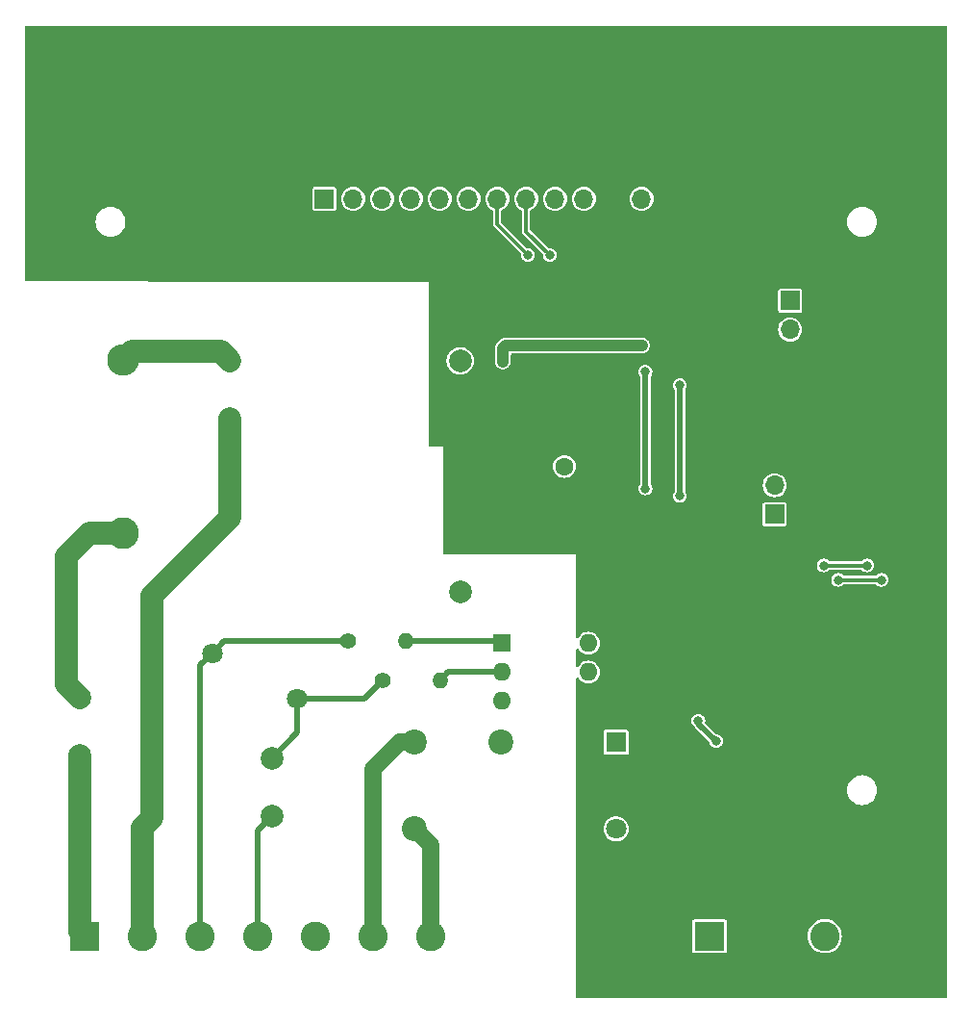
<source format=gbl>
G04 #@! TF.GenerationSoftware,KiCad,Pcbnew,7.0.7*
G04 #@! TF.CreationDate,2023-09-27T11:51:15+02:00*
G04 #@! TF.ProjectId,heating-controller,68656174-696e-4672-9d63-6f6e74726f6c,rev?*
G04 #@! TF.SameCoordinates,Original*
G04 #@! TF.FileFunction,Copper,L2,Bot*
G04 #@! TF.FilePolarity,Positive*
%FSLAX46Y46*%
G04 Gerber Fmt 4.6, Leading zero omitted, Abs format (unit mm)*
G04 Created by KiCad (PCBNEW 7.0.7) date 2023-09-27 11:51:15*
%MOMM*%
%LPD*%
G01*
G04 APERTURE LIST*
G04 Aperture macros list*
%AMRoundRect*
0 Rectangle with rounded corners*
0 $1 Rounding radius*
0 $2 $3 $4 $5 $6 $7 $8 $9 X,Y pos of 4 corners*
0 Add a 4 corners polygon primitive as box body*
4,1,4,$2,$3,$4,$5,$6,$7,$8,$9,$2,$3,0*
0 Add four circle primitives for the rounded corners*
1,1,$1+$1,$2,$3*
1,1,$1+$1,$4,$5*
1,1,$1+$1,$6,$7*
1,1,$1+$1,$8,$9*
0 Add four rect primitives between the rounded corners*
20,1,$1+$1,$2,$3,$4,$5,0*
20,1,$1+$1,$4,$5,$6,$7,0*
20,1,$1+$1,$6,$7,$8,$9,0*
20,1,$1+$1,$8,$9,$2,$3,0*%
G04 Aperture macros list end*
G04 #@! TA.AperFunction,ComponentPad*
%ADD10R,1.700000X1.700000*%
G04 #@! TD*
G04 #@! TA.AperFunction,ComponentPad*
%ADD11O,1.700000X1.700000*%
G04 #@! TD*
G04 #@! TA.AperFunction,ComponentPad*
%ADD12RoundRect,0.400000X-0.400000X-0.400000X0.400000X-0.400000X0.400000X0.400000X-0.400000X0.400000X0*%
G04 #@! TD*
G04 #@! TA.AperFunction,ComponentPad*
%ADD13C,1.600000*%
G04 #@! TD*
G04 #@! TA.AperFunction,ComponentPad*
%ADD14C,2.000000*%
G04 #@! TD*
G04 #@! TA.AperFunction,ComponentPad*
%ADD15C,1.800000*%
G04 #@! TD*
G04 #@! TA.AperFunction,ComponentPad*
%ADD16R,2.600000X2.600000*%
G04 #@! TD*
G04 #@! TA.AperFunction,ComponentPad*
%ADD17C,2.600000*%
G04 #@! TD*
G04 #@! TA.AperFunction,ComponentPad*
%ADD18C,2.200000*%
G04 #@! TD*
G04 #@! TA.AperFunction,ComponentPad*
%ADD19R,1.800000X1.800000*%
G04 #@! TD*
G04 #@! TA.AperFunction,ComponentPad*
%ADD20C,2.800000*%
G04 #@! TD*
G04 #@! TA.AperFunction,ComponentPad*
%ADD21O,2.800000X2.800000*%
G04 #@! TD*
G04 #@! TA.AperFunction,ComponentPad*
%ADD22C,1.400000*%
G04 #@! TD*
G04 #@! TA.AperFunction,ComponentPad*
%ADD23O,1.400000X1.400000*%
G04 #@! TD*
G04 #@! TA.AperFunction,ComponentPad*
%ADD24R,1.600000X1.600000*%
G04 #@! TD*
G04 #@! TA.AperFunction,ComponentPad*
%ADD25O,1.600000X1.600000*%
G04 #@! TD*
G04 #@! TA.AperFunction,ViaPad*
%ADD26C,0.800000*%
G04 #@! TD*
G04 #@! TA.AperFunction,Conductor*
%ADD27C,1.000000*%
G04 #@! TD*
G04 #@! TA.AperFunction,Conductor*
%ADD28C,2.000000*%
G04 #@! TD*
G04 #@! TA.AperFunction,Conductor*
%ADD29C,0.500000*%
G04 #@! TD*
G04 #@! TA.AperFunction,Conductor*
%ADD30C,0.300000*%
G04 #@! TD*
G04 #@! TA.AperFunction,Conductor*
%ADD31C,1.500000*%
G04 #@! TD*
G04 #@! TA.AperFunction,Conductor*
%ADD32C,0.250000*%
G04 #@! TD*
G04 APERTURE END LIST*
D10*
X87850000Y-44650000D03*
D11*
X87850000Y-47190000D03*
D12*
X38481000Y-49945000D03*
D13*
X38481000Y-55025000D03*
D14*
X58801000Y-70265000D03*
X58801000Y-60105000D03*
X58801000Y-49945000D03*
D13*
X67978200Y-59241400D03*
X67978200Y-64241400D03*
D15*
X44448600Y-79656400D03*
X36948600Y-75656400D03*
D10*
X46830000Y-35700000D03*
D11*
X49370000Y-35700000D03*
X51910000Y-35700000D03*
X54450000Y-35700000D03*
X56990000Y-35700000D03*
X59530000Y-35700000D03*
X62070000Y-35700000D03*
X64610000Y-35700000D03*
X67150000Y-35700000D03*
X69690000Y-35700000D03*
X72230000Y-35700000D03*
X74770000Y-35700000D03*
D16*
X25720000Y-100550000D03*
D17*
X30800000Y-100550000D03*
X35880000Y-100550000D03*
X40960000Y-100550000D03*
X46040000Y-100550000D03*
X51120000Y-100550000D03*
X56200000Y-100550000D03*
D18*
X62364800Y-83500000D03*
X54744800Y-91120000D03*
X54744800Y-83500000D03*
D19*
X72524800Y-83500000D03*
D15*
X72524800Y-91120000D03*
D10*
X86490000Y-63435000D03*
D11*
X86490000Y-60895000D03*
D16*
X80750000Y-100550000D03*
D17*
X85830000Y-100550000D03*
X90910000Y-100550000D03*
X95990000Y-100550000D03*
D14*
X42200000Y-90000000D03*
X42200000Y-84920000D03*
X25306200Y-84641400D03*
X25306200Y-79561400D03*
D20*
X29150000Y-65100000D03*
D21*
X29150000Y-49860000D03*
D15*
X24121600Y-70805000D03*
X31621600Y-74805000D03*
D22*
X51950800Y-78062800D03*
D23*
X57030800Y-78062800D03*
D24*
X62466400Y-74786200D03*
D25*
X62466400Y-77326200D03*
X62466400Y-79866200D03*
X70086400Y-79866200D03*
X70086400Y-77326200D03*
X70086400Y-74786200D03*
D22*
X48902800Y-74608400D03*
D23*
X53982800Y-74608400D03*
D26*
X62558000Y-49995800D03*
X74800000Y-48600000D03*
X66225600Y-49995800D03*
X97500000Y-78550000D03*
X83410000Y-77670000D03*
X78150000Y-74100000D03*
X87070000Y-78460000D03*
X93600000Y-77700000D03*
X66809800Y-54288400D03*
X80350000Y-45600000D03*
X82150000Y-85100000D03*
X75115600Y-50900000D03*
X75115600Y-61171800D03*
X78150000Y-61832200D03*
X78150000Y-52100000D03*
X90805000Y-67945000D03*
X94615000Y-67945000D03*
X92075000Y-69215000D03*
X95885000Y-69215000D03*
X79770000Y-81600000D03*
X81320000Y-83400000D03*
X66675000Y-40640000D03*
X64770000Y-40640000D03*
D27*
X62800000Y-48600000D02*
X62558000Y-48842000D01*
X62558000Y-48842000D02*
X62558000Y-49995800D01*
X62800000Y-48600000D02*
X74800000Y-48600000D01*
D28*
X31621600Y-70628400D02*
X38524200Y-63725800D01*
X31621600Y-74805000D02*
X31621600Y-70628400D01*
X31621600Y-74805000D02*
X31621600Y-90178400D01*
X38524200Y-63725800D02*
X38524200Y-55030000D01*
X30800000Y-91000000D02*
X30800000Y-100550000D01*
X31621600Y-90178400D02*
X30800000Y-91000000D01*
D29*
X44448600Y-82671400D02*
X44448600Y-79656400D01*
X44448600Y-79656400D02*
X50357200Y-79656400D01*
X50357200Y-79656400D02*
X51950800Y-78062800D01*
X42200000Y-84920000D02*
X44448600Y-82671400D01*
D28*
X25306200Y-100136200D02*
X25720000Y-100550000D01*
X25306200Y-84641400D02*
X25306200Y-100136200D01*
D29*
X40960000Y-100550000D02*
X40960000Y-91240000D01*
X40960000Y-91240000D02*
X42200000Y-90000000D01*
D28*
X26150000Y-65100000D02*
X29150000Y-65100000D01*
X24150000Y-70776600D02*
X24150000Y-67100000D01*
X24150000Y-67100000D02*
X26150000Y-65100000D01*
X24121600Y-78376800D02*
X25306200Y-79561400D01*
X24121600Y-70805000D02*
X24121600Y-78376800D01*
X24121600Y-70805000D02*
X24150000Y-70776600D01*
D29*
X35880000Y-76725000D02*
X36948600Y-75656400D01*
X37996600Y-74608400D02*
X36948600Y-75656400D01*
X48902800Y-74608400D02*
X37996600Y-74608400D01*
X35880000Y-100550000D02*
X35880000Y-76725000D01*
X75115600Y-61171800D02*
X75115600Y-50900000D01*
X78150000Y-61832200D02*
X78150000Y-52100000D01*
D30*
X94615000Y-67945000D02*
X90805000Y-67945000D01*
X92075000Y-69215000D02*
X95885000Y-69215000D01*
D31*
X51120000Y-85880000D02*
X53500000Y-83500000D01*
X51120000Y-100550000D02*
X51120000Y-85880000D01*
X53500000Y-83500000D02*
X54744800Y-83500000D01*
X56200000Y-100550000D02*
X56200000Y-92575200D01*
X56200000Y-92575200D02*
X54744800Y-91120000D01*
D29*
X62466400Y-77326200D02*
X57767400Y-77326200D01*
X57767400Y-77326200D02*
X57030800Y-78062800D01*
D28*
X29877800Y-49132200D02*
X29150000Y-49860000D01*
X37706400Y-49132200D02*
X29877800Y-49132200D01*
X38524200Y-49950000D02*
X37706400Y-49132200D01*
D29*
X53982800Y-74608400D02*
X62288600Y-74608400D01*
D32*
X62288600Y-74608400D02*
X62466400Y-74786200D01*
D29*
X79770000Y-81810000D02*
X79770000Y-81850000D01*
X79770000Y-81600000D02*
X79770000Y-81810000D01*
X79770000Y-81850000D02*
X81320000Y-83400000D01*
D30*
X64610000Y-35700000D02*
X64610000Y-38575000D01*
X64610000Y-38575000D02*
X66675000Y-40640000D01*
X62070000Y-35700000D02*
X62070000Y-37940000D01*
X62070000Y-37940000D02*
X64770000Y-40640000D01*
G04 #@! TA.AperFunction,Conductor*
G36*
X101631621Y-20467002D02*
G01*
X101678114Y-20520658D01*
X101689500Y-20573000D01*
X101689500Y-105863500D01*
X101669498Y-105931621D01*
X101615842Y-105978114D01*
X101563500Y-105989500D01*
X69126000Y-105989500D01*
X69057879Y-105969498D01*
X69011386Y-105915842D01*
X69000000Y-105863500D01*
X69000000Y-101869748D01*
X79249500Y-101869748D01*
X79261133Y-101928231D01*
X79305448Y-101994552D01*
X79371769Y-102038867D01*
X79430252Y-102050500D01*
X79430253Y-102050500D01*
X82069747Y-102050500D01*
X82069748Y-102050500D01*
X82128231Y-102038867D01*
X82194552Y-101994552D01*
X82238867Y-101928231D01*
X82250500Y-101869748D01*
X82250500Y-100550000D01*
X89404357Y-100550000D01*
X89412833Y-100652296D01*
X89424893Y-100797828D01*
X89485935Y-101038877D01*
X89485938Y-101038884D01*
X89585826Y-101266606D01*
X89721835Y-101474785D01*
X89890249Y-101657732D01*
X89890254Y-101657736D01*
X89890256Y-101657738D01*
X90086490Y-101810473D01*
X90086491Y-101810474D01*
X90305190Y-101928828D01*
X90305192Y-101928829D01*
X90428677Y-101971221D01*
X90540386Y-102009571D01*
X90785665Y-102050500D01*
X90785669Y-102050500D01*
X91034331Y-102050500D01*
X91034335Y-102050500D01*
X91279614Y-102009571D01*
X91514810Y-101928828D01*
X91733509Y-101810474D01*
X91929744Y-101657738D01*
X92098164Y-101474785D01*
X92234173Y-101266607D01*
X92334063Y-101038881D01*
X92395108Y-100797821D01*
X92415643Y-100550000D01*
X92395108Y-100302179D01*
X92334063Y-100061119D01*
X92234173Y-99833393D01*
X92110500Y-99644096D01*
X92098164Y-99625214D01*
X91929750Y-99442267D01*
X91733509Y-99289526D01*
X91733508Y-99289525D01*
X91514809Y-99171171D01*
X91514807Y-99171170D01*
X91279618Y-99090430D01*
X91279609Y-99090428D01*
X91230836Y-99082289D01*
X91034335Y-99049500D01*
X90785665Y-99049500D01*
X90621953Y-99076818D01*
X90540390Y-99090428D01*
X90540381Y-99090430D01*
X90305192Y-99171170D01*
X90305190Y-99171171D01*
X90086491Y-99289525D01*
X90086490Y-99289526D01*
X89890249Y-99442267D01*
X89721835Y-99625214D01*
X89585826Y-99833393D01*
X89485938Y-100061115D01*
X89485935Y-100061122D01*
X89424893Y-100302171D01*
X89424892Y-100302177D01*
X89424892Y-100302179D01*
X89404357Y-100550000D01*
X82250500Y-100550000D01*
X82250500Y-99230252D01*
X82238867Y-99171769D01*
X82194552Y-99105448D01*
X82128231Y-99061133D01*
X82128228Y-99061132D01*
X82069750Y-99049500D01*
X82069748Y-99049500D01*
X79430252Y-99049500D01*
X79430249Y-99049500D01*
X79371771Y-99061132D01*
X79371768Y-99061133D01*
X79305448Y-99105448D01*
X79261133Y-99171768D01*
X79261132Y-99171771D01*
X79249500Y-99230249D01*
X79249500Y-99230252D01*
X79249500Y-101869748D01*
X69000000Y-101869748D01*
X69000000Y-91120000D01*
X71419585Y-91120000D01*
X71438403Y-91323084D01*
X71494216Y-91519245D01*
X71494217Y-91519247D01*
X71494218Y-91519250D01*
X71585127Y-91701821D01*
X71585128Y-91701822D01*
X71585129Y-91701824D01*
X71708034Y-91864578D01*
X71858759Y-92001981D01*
X71858760Y-92001982D01*
X72032151Y-92109341D01*
X72032154Y-92109342D01*
X72032163Y-92109348D01*
X72222344Y-92183024D01*
X72422824Y-92220500D01*
X72422826Y-92220500D01*
X72626774Y-92220500D01*
X72626776Y-92220500D01*
X72827256Y-92183024D01*
X73017437Y-92109348D01*
X73190841Y-92001981D01*
X73341564Y-91864579D01*
X73464473Y-91701821D01*
X73555382Y-91519250D01*
X73611197Y-91323083D01*
X73630015Y-91120000D01*
X73611197Y-90916917D01*
X73555382Y-90720750D01*
X73464473Y-90538179D01*
X73445470Y-90513015D01*
X73341565Y-90375421D01*
X73190840Y-90238018D01*
X73190839Y-90238017D01*
X73017448Y-90130658D01*
X73017441Y-90130654D01*
X73017437Y-90130652D01*
X72900932Y-90085518D01*
X72827257Y-90056976D01*
X72760429Y-90044484D01*
X72626776Y-90019500D01*
X72422824Y-90019500D01*
X72322583Y-90038238D01*
X72222342Y-90056976D01*
X72074990Y-90114060D01*
X72032163Y-90130652D01*
X72032162Y-90130652D01*
X72032161Y-90130653D01*
X72032151Y-90130658D01*
X71858760Y-90238017D01*
X71858759Y-90238018D01*
X71708034Y-90375421D01*
X71585129Y-90538175D01*
X71494216Y-90720754D01*
X71438403Y-90916915D01*
X71419585Y-91120000D01*
X69000000Y-91120000D01*
X69000000Y-87714800D01*
X92884494Y-87714800D01*
X92904479Y-87943234D01*
X92961445Y-88155835D01*
X92963829Y-88164730D01*
X93060738Y-88372553D01*
X93192264Y-88560391D01*
X93354409Y-88722536D01*
X93542247Y-88854062D01*
X93750070Y-88950971D01*
X93971565Y-89010321D01*
X94200000Y-89030306D01*
X94428435Y-89010321D01*
X94649930Y-88950971D01*
X94857753Y-88854062D01*
X95045591Y-88722536D01*
X95207736Y-88560391D01*
X95339262Y-88372553D01*
X95436171Y-88164730D01*
X95495521Y-87943235D01*
X95515506Y-87714800D01*
X95495521Y-87486365D01*
X95436171Y-87264870D01*
X95339262Y-87057047D01*
X95207736Y-86869209D01*
X95045591Y-86707064D01*
X94857753Y-86575538D01*
X94702336Y-86503066D01*
X94649933Y-86478630D01*
X94649927Y-86478628D01*
X94556315Y-86453544D01*
X94428435Y-86419279D01*
X94200000Y-86399294D01*
X93971565Y-86419279D01*
X93750072Y-86478628D01*
X93750066Y-86478630D01*
X93542246Y-86575538D01*
X93354412Y-86707061D01*
X93354406Y-86707066D01*
X93192266Y-86869206D01*
X93192261Y-86869212D01*
X93060738Y-87057046D01*
X92963830Y-87264866D01*
X92963828Y-87264872D01*
X92904479Y-87486365D01*
X92884494Y-87714800D01*
X69000000Y-87714800D01*
X69000000Y-84419750D01*
X71424300Y-84419750D01*
X71430322Y-84450026D01*
X71435933Y-84478231D01*
X71480248Y-84544552D01*
X71546569Y-84588867D01*
X71605052Y-84600500D01*
X71605053Y-84600500D01*
X73444547Y-84600500D01*
X73444548Y-84600500D01*
X73503031Y-84588867D01*
X73569352Y-84544552D01*
X73613667Y-84478231D01*
X73625300Y-84419748D01*
X73625300Y-82580252D01*
X73613667Y-82521769D01*
X73569352Y-82455448D01*
X73503031Y-82411133D01*
X73503028Y-82411132D01*
X73444550Y-82399500D01*
X73444548Y-82399500D01*
X71605052Y-82399500D01*
X71605049Y-82399500D01*
X71546571Y-82411132D01*
X71546568Y-82411133D01*
X71480248Y-82455448D01*
X71435933Y-82521768D01*
X71435932Y-82521771D01*
X71424300Y-82580249D01*
X71424300Y-84419750D01*
X69000000Y-84419750D01*
X69000000Y-81600000D01*
X79164318Y-81600000D01*
X79184955Y-81756760D01*
X79245463Y-81902839D01*
X79245468Y-81902847D01*
X79296521Y-81969380D01*
X79341718Y-82028282D01*
X79341722Y-82028285D01*
X79347560Y-82034124D01*
X79346665Y-82035018D01*
X79377132Y-82072498D01*
X79393574Y-82106641D01*
X79398386Y-82113699D01*
X79403435Y-82120540D01*
X79445495Y-82162599D01*
X79485945Y-82206194D01*
X79485946Y-82206195D01*
X79493329Y-82212082D01*
X79492788Y-82212760D01*
X79505117Y-82222221D01*
X80688836Y-83405940D01*
X80722862Y-83468252D01*
X80724663Y-83478587D01*
X80733073Y-83542465D01*
X80734956Y-83556762D01*
X80795464Y-83702841D01*
X80891718Y-83828282D01*
X81017159Y-83924536D01*
X81163238Y-83985044D01*
X81320000Y-84005682D01*
X81476762Y-83985044D01*
X81622841Y-83924536D01*
X81748282Y-83828282D01*
X81844536Y-83702841D01*
X81905044Y-83556762D01*
X81925682Y-83400000D01*
X81905044Y-83243238D01*
X81844536Y-83097159D01*
X81748282Y-82971718D01*
X81622841Y-82875464D01*
X81476762Y-82814956D01*
X81462465Y-82813073D01*
X81398587Y-82804663D01*
X81333660Y-82775939D01*
X81325952Y-82768848D01*
X80394188Y-81837085D01*
X80360165Y-81774775D01*
X80358363Y-81731549D01*
X80375682Y-81600000D01*
X80355044Y-81443238D01*
X80294536Y-81297159D01*
X80198282Y-81171718D01*
X80072841Y-81075464D01*
X79926762Y-81014956D01*
X79926760Y-81014955D01*
X79770000Y-80994318D01*
X79613239Y-81014955D01*
X79467160Y-81075463D01*
X79467157Y-81075465D01*
X79341718Y-81171718D01*
X79245465Y-81297157D01*
X79245463Y-81297160D01*
X79184955Y-81443239D01*
X79164318Y-81599999D01*
X79164318Y-81600000D01*
X69000000Y-81600000D01*
X69000000Y-77919124D01*
X69020002Y-77851003D01*
X69073658Y-77804510D01*
X69143932Y-77794406D01*
X69208512Y-77823900D01*
X69237121Y-77859727D01*
X69250490Y-77884738D01*
X69375517Y-78037083D01*
X69527862Y-78162110D01*
X69701673Y-78255014D01*
X69890268Y-78312224D01*
X69890272Y-78312224D01*
X69890274Y-78312225D01*
X70086397Y-78331541D01*
X70086400Y-78331541D01*
X70086403Y-78331541D01*
X70282524Y-78312225D01*
X70282526Y-78312225D01*
X70282527Y-78312224D01*
X70282532Y-78312224D01*
X70471127Y-78255014D01*
X70644938Y-78162110D01*
X70797283Y-78037083D01*
X70922310Y-77884738D01*
X71015214Y-77710927D01*
X71072424Y-77522332D01*
X71091741Y-77326200D01*
X71072425Y-77130075D01*
X71072425Y-77130073D01*
X71072424Y-77130070D01*
X71072424Y-77130068D01*
X71015214Y-76941473D01*
X70922310Y-76767662D01*
X70797283Y-76615317D01*
X70644938Y-76490290D01*
X70596260Y-76464271D01*
X70471128Y-76397386D01*
X70282525Y-76340174D01*
X70086403Y-76320859D01*
X70086397Y-76320859D01*
X69890275Y-76340174D01*
X69890273Y-76340174D01*
X69701671Y-76397386D01*
X69527861Y-76490290D01*
X69375517Y-76615317D01*
X69250488Y-76767663D01*
X69237121Y-76792672D01*
X69187368Y-76843320D01*
X69118132Y-76859029D01*
X69051393Y-76834812D01*
X69008341Y-76778358D01*
X69000000Y-76733275D01*
X69000000Y-75379124D01*
X69020002Y-75311003D01*
X69073658Y-75264510D01*
X69143932Y-75254406D01*
X69208512Y-75283900D01*
X69237121Y-75319727D01*
X69250490Y-75344738D01*
X69375517Y-75497083D01*
X69527862Y-75622110D01*
X69701673Y-75715014D01*
X69890268Y-75772224D01*
X69890272Y-75772224D01*
X69890274Y-75772225D01*
X70086397Y-75791541D01*
X70086400Y-75791541D01*
X70086403Y-75791541D01*
X70282524Y-75772225D01*
X70282526Y-75772225D01*
X70282527Y-75772224D01*
X70282532Y-75772224D01*
X70471127Y-75715014D01*
X70644938Y-75622110D01*
X70797283Y-75497083D01*
X70922310Y-75344738D01*
X71015214Y-75170927D01*
X71072424Y-74982332D01*
X71091741Y-74786200D01*
X71088126Y-74749497D01*
X71072425Y-74590075D01*
X71072425Y-74590073D01*
X71072424Y-74590070D01*
X71072424Y-74590068D01*
X71015214Y-74401473D01*
X70922310Y-74227662D01*
X70797283Y-74075317D01*
X70644938Y-73950290D01*
X70617290Y-73935512D01*
X70471128Y-73857386D01*
X70282525Y-73800174D01*
X70086403Y-73780859D01*
X70086397Y-73780859D01*
X69890275Y-73800174D01*
X69890273Y-73800174D01*
X69701671Y-73857386D01*
X69527861Y-73950290D01*
X69375517Y-74075317D01*
X69250488Y-74227663D01*
X69237121Y-74252672D01*
X69187368Y-74303320D01*
X69118132Y-74319029D01*
X69051393Y-74294812D01*
X69008341Y-74238358D01*
X69000000Y-74193275D01*
X69000000Y-69215000D01*
X91469318Y-69215000D01*
X91489955Y-69371760D01*
X91489956Y-69371762D01*
X91550464Y-69517841D01*
X91646718Y-69643282D01*
X91772159Y-69739536D01*
X91918238Y-69800044D01*
X92075000Y-69820682D01*
X92231762Y-69800044D01*
X92377841Y-69739536D01*
X92503282Y-69643282D01*
X92525140Y-69614795D01*
X92582479Y-69572928D01*
X92625103Y-69565500D01*
X95334897Y-69565500D01*
X95403018Y-69585502D01*
X95434859Y-69614795D01*
X95456718Y-69643282D01*
X95582159Y-69739536D01*
X95728238Y-69800044D01*
X95806618Y-69810363D01*
X95884999Y-69820682D01*
X95884999Y-69820681D01*
X95885000Y-69820682D01*
X96041762Y-69800044D01*
X96187841Y-69739536D01*
X96313282Y-69643282D01*
X96409536Y-69517841D01*
X96470044Y-69371762D01*
X96490682Y-69215000D01*
X96470044Y-69058238D01*
X96409536Y-68912159D01*
X96313282Y-68786718D01*
X96187841Y-68690464D01*
X96041762Y-68629956D01*
X96041760Y-68629955D01*
X95885000Y-68609318D01*
X95728239Y-68629955D01*
X95582160Y-68690463D01*
X95582157Y-68690465D01*
X95456717Y-68786718D01*
X95434859Y-68815205D01*
X95377521Y-68857072D01*
X95334897Y-68864500D01*
X92625103Y-68864500D01*
X92556982Y-68844498D01*
X92525141Y-68815205D01*
X92503282Y-68786718D01*
X92377842Y-68690465D01*
X92377841Y-68690464D01*
X92231762Y-68629956D01*
X92231760Y-68629955D01*
X92075000Y-68609318D01*
X91918239Y-68629955D01*
X91772160Y-68690463D01*
X91772157Y-68690465D01*
X91646718Y-68786718D01*
X91550465Y-68912157D01*
X91550463Y-68912160D01*
X91489955Y-69058239D01*
X91469318Y-69214999D01*
X91469318Y-69215000D01*
X69000000Y-69215000D01*
X69000000Y-67945000D01*
X90199318Y-67945000D01*
X90219955Y-68101760D01*
X90219956Y-68101762D01*
X90280464Y-68247841D01*
X90376718Y-68373282D01*
X90502159Y-68469536D01*
X90648238Y-68530044D01*
X90805000Y-68550682D01*
X90961762Y-68530044D01*
X91107841Y-68469536D01*
X91233282Y-68373282D01*
X91255140Y-68344795D01*
X91312479Y-68302928D01*
X91355103Y-68295500D01*
X94064897Y-68295500D01*
X94133018Y-68315502D01*
X94164859Y-68344795D01*
X94186718Y-68373282D01*
X94312159Y-68469536D01*
X94458238Y-68530044D01*
X94615000Y-68550682D01*
X94771762Y-68530044D01*
X94917841Y-68469536D01*
X95043282Y-68373282D01*
X95139536Y-68247841D01*
X95200044Y-68101762D01*
X95220682Y-67945000D01*
X95200044Y-67788238D01*
X95139536Y-67642159D01*
X95043282Y-67516718D01*
X94917841Y-67420464D01*
X94771762Y-67359956D01*
X94771760Y-67359955D01*
X94615000Y-67339318D01*
X94458239Y-67359955D01*
X94312160Y-67420463D01*
X94312157Y-67420465D01*
X94186717Y-67516718D01*
X94164859Y-67545205D01*
X94107521Y-67587072D01*
X94064897Y-67594500D01*
X91355103Y-67594500D01*
X91286982Y-67574498D01*
X91255141Y-67545205D01*
X91233282Y-67516718D01*
X91107842Y-67420465D01*
X91107841Y-67420464D01*
X90961762Y-67359956D01*
X90961760Y-67359955D01*
X90805000Y-67339318D01*
X90648239Y-67359955D01*
X90502160Y-67420463D01*
X90502157Y-67420465D01*
X90376718Y-67516718D01*
X90280465Y-67642157D01*
X90280463Y-67642160D01*
X90219955Y-67788239D01*
X90199318Y-67944999D01*
X90199318Y-67945000D01*
X69000000Y-67945000D01*
X69000000Y-67000000D01*
X57427000Y-67000000D01*
X57358879Y-66979998D01*
X57312386Y-66926342D01*
X57301000Y-66874000D01*
X57301000Y-64304750D01*
X85439500Y-64304750D01*
X85450587Y-64360489D01*
X85451133Y-64363231D01*
X85495448Y-64429552D01*
X85561769Y-64473867D01*
X85620252Y-64485500D01*
X85620253Y-64485500D01*
X87359747Y-64485500D01*
X87359748Y-64485500D01*
X87418231Y-64473867D01*
X87484552Y-64429552D01*
X87528867Y-64363231D01*
X87540500Y-64304748D01*
X87540500Y-62565252D01*
X87528867Y-62506769D01*
X87484552Y-62440448D01*
X87418231Y-62396133D01*
X87418228Y-62396132D01*
X87359750Y-62384500D01*
X87359748Y-62384500D01*
X85620252Y-62384500D01*
X85620249Y-62384500D01*
X85561771Y-62396132D01*
X85561768Y-62396133D01*
X85495448Y-62440448D01*
X85451133Y-62506768D01*
X85451132Y-62506771D01*
X85439500Y-62565249D01*
X85439500Y-64304750D01*
X57301000Y-64304750D01*
X57301000Y-61832200D01*
X77544318Y-61832200D01*
X77564955Y-61988960D01*
X77564956Y-61988962D01*
X77625464Y-62135041D01*
X77721718Y-62260482D01*
X77847159Y-62356736D01*
X77993238Y-62417244D01*
X78071618Y-62427563D01*
X78149999Y-62437882D01*
X78149999Y-62437881D01*
X78150000Y-62437882D01*
X78306762Y-62417244D01*
X78452841Y-62356736D01*
X78578282Y-62260482D01*
X78674536Y-62135041D01*
X78735044Y-61988962D01*
X78755682Y-61832200D01*
X78735044Y-61675438D01*
X78674536Y-61529359D01*
X78674531Y-61529352D01*
X78626537Y-61466804D01*
X78600937Y-61400584D01*
X78600500Y-61390101D01*
X78600500Y-60895003D01*
X85434417Y-60895003D01*
X85454698Y-61100927D01*
X85514768Y-61298954D01*
X85563487Y-61390101D01*
X85612315Y-61481450D01*
X85743590Y-61641410D01*
X85903550Y-61772685D01*
X86086046Y-61870232D01*
X86284066Y-61930300D01*
X86284070Y-61930300D01*
X86284072Y-61930301D01*
X86489997Y-61950583D01*
X86490000Y-61950583D01*
X86490003Y-61950583D01*
X86695927Y-61930301D01*
X86695928Y-61930300D01*
X86695934Y-61930300D01*
X86893954Y-61870232D01*
X87076450Y-61772685D01*
X87236410Y-61641410D01*
X87367685Y-61481450D01*
X87465232Y-61298954D01*
X87525300Y-61100934D01*
X87545583Y-60895000D01*
X87545583Y-60894996D01*
X87525301Y-60689072D01*
X87525300Y-60689070D01*
X87525300Y-60689066D01*
X87465232Y-60491046D01*
X87367685Y-60308550D01*
X87236410Y-60148590D01*
X87076450Y-60017315D01*
X87076448Y-60017314D01*
X87076447Y-60017313D01*
X86893954Y-59919768D01*
X86695927Y-59859698D01*
X86490003Y-59839417D01*
X86489997Y-59839417D01*
X86284072Y-59859698D01*
X86086045Y-59919768D01*
X85903552Y-60017313D01*
X85743590Y-60148590D01*
X85612313Y-60308552D01*
X85514768Y-60491045D01*
X85454698Y-60689072D01*
X85434417Y-60894996D01*
X85434417Y-60895003D01*
X78600500Y-60895003D01*
X78600500Y-52542097D01*
X78620502Y-52473976D01*
X78626531Y-52465401D01*
X78674536Y-52402841D01*
X78735044Y-52256762D01*
X78755682Y-52100000D01*
X78735044Y-51943238D01*
X78674536Y-51797159D01*
X78578282Y-51671718D01*
X78452841Y-51575464D01*
X78306762Y-51514956D01*
X78306760Y-51514955D01*
X78150000Y-51494318D01*
X77993239Y-51514955D01*
X77847160Y-51575463D01*
X77847157Y-51575465D01*
X77721718Y-51671718D01*
X77625465Y-51797157D01*
X77625463Y-51797160D01*
X77564955Y-51943239D01*
X77544318Y-52099999D01*
X77544318Y-52100000D01*
X77564955Y-52256760D01*
X77564956Y-52256762D01*
X77625464Y-52402841D01*
X77673462Y-52465393D01*
X77699063Y-52531613D01*
X77699500Y-52542097D01*
X77699500Y-61390101D01*
X77679498Y-61458222D01*
X77673463Y-61466804D01*
X77625468Y-61529352D01*
X77625463Y-61529360D01*
X77564955Y-61675439D01*
X77544318Y-61832199D01*
X77544318Y-61832200D01*
X57301000Y-61832200D01*
X57301000Y-61171800D01*
X74509918Y-61171800D01*
X74530555Y-61328560D01*
X74560389Y-61400584D01*
X74591064Y-61474641D01*
X74687318Y-61600082D01*
X74812759Y-61696336D01*
X74958838Y-61756844D01*
X75037218Y-61767163D01*
X75115599Y-61777482D01*
X75115599Y-61777481D01*
X75115600Y-61777482D01*
X75272362Y-61756844D01*
X75418441Y-61696336D01*
X75543882Y-61600082D01*
X75640136Y-61474641D01*
X75700644Y-61328562D01*
X75721282Y-61171800D01*
X75700644Y-61015038D01*
X75640136Y-60868959D01*
X75640131Y-60868952D01*
X75592137Y-60806404D01*
X75566537Y-60740184D01*
X75566100Y-60729701D01*
X75566100Y-51342097D01*
X75586102Y-51273976D01*
X75592131Y-51265401D01*
X75640136Y-51202841D01*
X75700644Y-51056762D01*
X75721282Y-50900000D01*
X75700644Y-50743238D01*
X75640136Y-50597159D01*
X75543882Y-50471718D01*
X75418441Y-50375464D01*
X75316270Y-50333143D01*
X75272360Y-50314955D01*
X75115600Y-50294318D01*
X74958839Y-50314955D01*
X74812760Y-50375463D01*
X74812757Y-50375465D01*
X74687318Y-50471718D01*
X74591065Y-50597157D01*
X74591063Y-50597160D01*
X74530555Y-50743239D01*
X74509918Y-50899999D01*
X74509918Y-50900000D01*
X74530555Y-51056760D01*
X74572837Y-51158836D01*
X74591064Y-51202841D01*
X74639062Y-51265393D01*
X74664663Y-51331613D01*
X74665100Y-51342097D01*
X74665100Y-60729701D01*
X74645098Y-60797822D01*
X74639063Y-60806404D01*
X74591068Y-60868952D01*
X74591063Y-60868960D01*
X74530555Y-61015039D01*
X74509918Y-61171799D01*
X74509918Y-61171800D01*
X57301000Y-61171800D01*
X57301000Y-59241403D01*
X66972859Y-59241403D01*
X66992174Y-59437524D01*
X66992174Y-59437526D01*
X67049386Y-59626128D01*
X67130136Y-59777200D01*
X67142290Y-59799938D01*
X67267317Y-59952283D01*
X67419662Y-60077310D01*
X67593473Y-60170214D01*
X67782068Y-60227424D01*
X67782072Y-60227424D01*
X67782074Y-60227425D01*
X67978197Y-60246741D01*
X67978200Y-60246741D01*
X67978203Y-60246741D01*
X68174324Y-60227425D01*
X68174326Y-60227425D01*
X68174327Y-60227424D01*
X68174332Y-60227424D01*
X68362927Y-60170214D01*
X68536738Y-60077310D01*
X68689083Y-59952283D01*
X68814110Y-59799938D01*
X68907014Y-59626127D01*
X68964224Y-59437532D01*
X68983541Y-59241400D01*
X68964225Y-59045275D01*
X68964225Y-59045273D01*
X68964224Y-59045270D01*
X68964224Y-59045268D01*
X68907014Y-58856673D01*
X68814110Y-58682862D01*
X68689083Y-58530517D01*
X68536738Y-58405490D01*
X68470341Y-58370000D01*
X68362928Y-58312586D01*
X68174325Y-58255374D01*
X67978203Y-58236059D01*
X67978197Y-58236059D01*
X67782075Y-58255374D01*
X67782073Y-58255374D01*
X67593471Y-58312586D01*
X67419661Y-58405490D01*
X67267317Y-58530517D01*
X67142290Y-58682861D01*
X67049386Y-58856671D01*
X66992174Y-59045273D01*
X66992174Y-59045275D01*
X66972859Y-59241396D01*
X66972859Y-59241403D01*
X57301000Y-59241403D01*
X57301000Y-57445000D01*
X56126000Y-57445000D01*
X56057879Y-57424998D01*
X56011386Y-57371342D01*
X56000000Y-57319000D01*
X56000000Y-49945000D01*
X57595357Y-49945000D01*
X57615885Y-50166539D01*
X57676768Y-50380520D01*
X57676774Y-50380537D01*
X57775938Y-50579684D01*
X57775942Y-50579689D01*
X57910017Y-50757235D01*
X58074438Y-50907124D01*
X58074439Y-50907125D01*
X58263587Y-51024240D01*
X58263590Y-51024241D01*
X58263599Y-51024247D01*
X58347525Y-51056760D01*
X58471053Y-51104616D01*
X58471056Y-51104616D01*
X58471060Y-51104618D01*
X58689757Y-51145500D01*
X58689760Y-51145500D01*
X58912240Y-51145500D01*
X58912243Y-51145500D01*
X59130940Y-51104618D01*
X59130944Y-51104616D01*
X59130946Y-51104616D01*
X59184298Y-51083946D01*
X59338401Y-51024247D01*
X59527562Y-50907124D01*
X59691981Y-50757236D01*
X59826058Y-50579689D01*
X59826059Y-50579685D01*
X59826061Y-50579684D01*
X59925225Y-50380537D01*
X59925226Y-50380533D01*
X59925229Y-50380528D01*
X59986115Y-50166536D01*
X60006643Y-49945000D01*
X59986115Y-49723464D01*
X59925229Y-49509472D01*
X59925227Y-49509468D01*
X59925225Y-49509462D01*
X59826061Y-49310315D01*
X59826057Y-49310310D01*
X59691982Y-49132764D01*
X59527561Y-48982875D01*
X59527560Y-48982874D01*
X59338412Y-48865759D01*
X59338405Y-48865755D01*
X59338401Y-48865753D01*
X59336638Y-48865070D01*
X59167107Y-48799392D01*
X61853642Y-48799392D01*
X61857385Y-48861265D01*
X61857500Y-48865070D01*
X61857500Y-50038178D01*
X61872859Y-50164670D01*
X61933179Y-50323725D01*
X61933181Y-50323729D01*
X61972382Y-50380520D01*
X62029817Y-50463729D01*
X62157148Y-50576534D01*
X62307775Y-50655590D01*
X62307776Y-50655590D01*
X62307778Y-50655591D01*
X62464461Y-50694209D01*
X62472944Y-50696300D01*
X62472947Y-50696300D01*
X62643053Y-50696300D01*
X62643056Y-50696300D01*
X62808225Y-50655590D01*
X62958852Y-50576534D01*
X63086183Y-50463729D01*
X63182818Y-50323730D01*
X63186146Y-50314956D01*
X63193972Y-50294318D01*
X63243140Y-50164672D01*
X63258500Y-50038172D01*
X63258499Y-49426499D01*
X63278502Y-49358379D01*
X63332158Y-49311886D01*
X63384500Y-49300500D01*
X74842368Y-49300500D01*
X74842372Y-49300500D01*
X74968872Y-49285140D01*
X75127930Y-49224818D01*
X75267929Y-49128183D01*
X75380734Y-49000852D01*
X75459790Y-48850225D01*
X75500500Y-48685056D01*
X75500500Y-48514944D01*
X75479449Y-48429534D01*
X75459791Y-48349778D01*
X75459790Y-48349776D01*
X75459790Y-48349775D01*
X75380734Y-48199148D01*
X75373424Y-48190897D01*
X75267930Y-48071818D01*
X75267928Y-48071816D01*
X75127929Y-47975181D01*
X75127925Y-47975179D01*
X74968870Y-47914859D01*
X74842378Y-47899500D01*
X74842372Y-47899500D01*
X62823072Y-47899500D01*
X62819268Y-47899385D01*
X62757394Y-47895642D01*
X62757393Y-47895642D01*
X62757391Y-47895642D01*
X62696412Y-47906816D01*
X62692650Y-47907389D01*
X62631128Y-47914859D01*
X62621817Y-47918390D01*
X62599863Y-47924509D01*
X62590073Y-47926303D01*
X62533540Y-47951745D01*
X62530027Y-47953200D01*
X62472067Y-47975183D01*
X62472065Y-47975184D01*
X62463873Y-47980839D01*
X62444022Y-47992035D01*
X62434949Y-47996119D01*
X62434941Y-47996124D01*
X62386146Y-48034349D01*
X62383084Y-48036603D01*
X62332073Y-48071815D01*
X62332070Y-48071817D01*
X62290961Y-48118219D01*
X62288353Y-48120989D01*
X62078989Y-48330353D01*
X62076218Y-48332961D01*
X62029816Y-48374071D01*
X62029815Y-48374071D01*
X61994598Y-48425091D01*
X61992344Y-48428154D01*
X61954124Y-48476940D01*
X61954119Y-48476947D01*
X61950038Y-48486016D01*
X61938840Y-48505872D01*
X61933182Y-48514069D01*
X61911201Y-48572026D01*
X61909745Y-48575541D01*
X61884304Y-48632068D01*
X61884304Y-48632069D01*
X61882508Y-48641869D01*
X61876388Y-48663821D01*
X61872860Y-48673123D01*
X61872859Y-48673130D01*
X61865389Y-48734652D01*
X61864816Y-48738414D01*
X61853642Y-48799392D01*
X59167107Y-48799392D01*
X59130946Y-48785383D01*
X59091972Y-48778097D01*
X58912243Y-48744500D01*
X58689757Y-48744500D01*
X58548674Y-48770873D01*
X58471053Y-48785383D01*
X58263603Y-48865751D01*
X58263587Y-48865759D01*
X58074439Y-48982874D01*
X58074438Y-48982875D01*
X57910017Y-49132764D01*
X57775942Y-49310310D01*
X57775938Y-49310315D01*
X57676774Y-49509462D01*
X57676768Y-49509479D01*
X57615885Y-49723460D01*
X57595357Y-49945000D01*
X56000000Y-49945000D01*
X56000000Y-47190003D01*
X86794417Y-47190003D01*
X86814698Y-47395927D01*
X86814699Y-47395933D01*
X86814700Y-47395934D01*
X86874768Y-47593954D01*
X86972315Y-47776450D01*
X87103590Y-47936410D01*
X87263550Y-48067685D01*
X87446046Y-48165232D01*
X87644066Y-48225300D01*
X87644070Y-48225300D01*
X87644072Y-48225301D01*
X87849997Y-48245583D01*
X87850000Y-48245583D01*
X87850003Y-48245583D01*
X88055927Y-48225301D01*
X88055928Y-48225300D01*
X88055934Y-48225300D01*
X88253954Y-48165232D01*
X88436450Y-48067685D01*
X88596410Y-47936410D01*
X88727685Y-47776450D01*
X88825232Y-47593954D01*
X88885300Y-47395934D01*
X88887855Y-47370000D01*
X88905583Y-47190003D01*
X88905583Y-47189996D01*
X88885301Y-46984072D01*
X88885300Y-46984070D01*
X88885300Y-46984066D01*
X88825232Y-46786046D01*
X88727685Y-46603550D01*
X88596410Y-46443590D01*
X88436450Y-46312315D01*
X88436448Y-46312314D01*
X88436447Y-46312313D01*
X88253954Y-46214768D01*
X88055927Y-46154698D01*
X87850003Y-46134417D01*
X87849997Y-46134417D01*
X87644072Y-46154698D01*
X87446045Y-46214768D01*
X87263552Y-46312313D01*
X87103590Y-46443590D01*
X86972313Y-46603552D01*
X86874768Y-46786045D01*
X86814698Y-46984072D01*
X86794417Y-47189996D01*
X86794417Y-47190003D01*
X56000000Y-47190003D01*
X56000000Y-45519748D01*
X86799500Y-45519748D01*
X86811133Y-45578231D01*
X86855448Y-45644552D01*
X86921769Y-45688867D01*
X86980252Y-45700500D01*
X86980253Y-45700500D01*
X88719747Y-45700500D01*
X88719748Y-45700500D01*
X88778231Y-45688867D01*
X88844552Y-45644552D01*
X88888867Y-45578231D01*
X88900500Y-45519748D01*
X88900500Y-43780252D01*
X88888867Y-43721769D01*
X88844552Y-43655448D01*
X88778231Y-43611133D01*
X88778228Y-43611132D01*
X88719750Y-43599500D01*
X88719748Y-43599500D01*
X86980252Y-43599500D01*
X86980249Y-43599500D01*
X86921771Y-43611132D01*
X86921768Y-43611133D01*
X86855448Y-43655448D01*
X86811133Y-43721768D01*
X86811132Y-43721771D01*
X86799500Y-43780249D01*
X86799500Y-43780252D01*
X86799500Y-45519748D01*
X56000000Y-45519748D01*
X56000000Y-43000000D01*
X55999999Y-42999999D01*
X42199329Y-42971274D01*
X20586238Y-42926288D01*
X20518159Y-42906144D01*
X20471778Y-42852392D01*
X20460500Y-42800288D01*
X20460500Y-37700000D01*
X26684494Y-37700000D01*
X26704479Y-37928434D01*
X26763828Y-38149927D01*
X26763830Y-38149933D01*
X26854675Y-38344750D01*
X26860738Y-38357753D01*
X26992264Y-38545591D01*
X27154409Y-38707736D01*
X27342247Y-38839262D01*
X27550070Y-38936171D01*
X27771565Y-38995521D01*
X28000000Y-39015506D01*
X28228435Y-38995521D01*
X28449930Y-38936171D01*
X28657753Y-38839262D01*
X28845591Y-38707736D01*
X29007736Y-38545591D01*
X29139262Y-38357753D01*
X29236171Y-38149930D01*
X29295521Y-37928435D01*
X29315506Y-37700000D01*
X29295521Y-37471565D01*
X29236171Y-37250070D01*
X29139262Y-37042247D01*
X29007736Y-36854409D01*
X28845591Y-36692264D01*
X28821265Y-36675231D01*
X28670623Y-36569750D01*
X45779500Y-36569750D01*
X45782187Y-36583260D01*
X45791133Y-36628231D01*
X45835448Y-36694552D01*
X45901769Y-36738867D01*
X45960252Y-36750500D01*
X45960253Y-36750500D01*
X47699747Y-36750500D01*
X47699748Y-36750500D01*
X47758231Y-36738867D01*
X47824552Y-36694552D01*
X47868867Y-36628231D01*
X47880500Y-36569748D01*
X47880500Y-35700003D01*
X48314417Y-35700003D01*
X48334698Y-35905927D01*
X48334699Y-35905933D01*
X48334700Y-35905934D01*
X48394768Y-36103954D01*
X48492315Y-36286450D01*
X48623590Y-36446410D01*
X48783550Y-36577685D01*
X48966046Y-36675232D01*
X49164066Y-36735300D01*
X49164070Y-36735300D01*
X49164072Y-36735301D01*
X49369997Y-36755583D01*
X49370000Y-36755583D01*
X49370003Y-36755583D01*
X49575927Y-36735301D01*
X49575928Y-36735300D01*
X49575934Y-36735300D01*
X49773954Y-36675232D01*
X49956450Y-36577685D01*
X50116410Y-36446410D01*
X50247685Y-36286450D01*
X50345232Y-36103954D01*
X50405300Y-35905934D01*
X50425583Y-35700003D01*
X50854417Y-35700003D01*
X50874698Y-35905927D01*
X50874699Y-35905933D01*
X50874700Y-35905934D01*
X50934768Y-36103954D01*
X51032315Y-36286450D01*
X51163590Y-36446410D01*
X51323550Y-36577685D01*
X51506046Y-36675232D01*
X51704066Y-36735300D01*
X51704070Y-36735300D01*
X51704072Y-36735301D01*
X51909997Y-36755583D01*
X51910000Y-36755583D01*
X51910003Y-36755583D01*
X52115927Y-36735301D01*
X52115928Y-36735300D01*
X52115934Y-36735300D01*
X52313954Y-36675232D01*
X52496450Y-36577685D01*
X52656410Y-36446410D01*
X52787685Y-36286450D01*
X52885232Y-36103954D01*
X52945300Y-35905934D01*
X52965583Y-35700003D01*
X53394417Y-35700003D01*
X53414698Y-35905927D01*
X53414699Y-35905933D01*
X53414700Y-35905934D01*
X53474768Y-36103954D01*
X53572315Y-36286450D01*
X53703590Y-36446410D01*
X53863550Y-36577685D01*
X54046046Y-36675232D01*
X54244066Y-36735300D01*
X54244070Y-36735300D01*
X54244072Y-36735301D01*
X54449997Y-36755583D01*
X54450000Y-36755583D01*
X54450003Y-36755583D01*
X54655927Y-36735301D01*
X54655928Y-36735300D01*
X54655934Y-36735300D01*
X54853954Y-36675232D01*
X55036450Y-36577685D01*
X55196410Y-36446410D01*
X55327685Y-36286450D01*
X55425232Y-36103954D01*
X55485300Y-35905934D01*
X55505583Y-35700003D01*
X55934417Y-35700003D01*
X55954698Y-35905927D01*
X55954699Y-35905933D01*
X55954700Y-35905934D01*
X56014768Y-36103954D01*
X56112315Y-36286450D01*
X56243590Y-36446410D01*
X56403550Y-36577685D01*
X56586046Y-36675232D01*
X56784066Y-36735300D01*
X56784070Y-36735300D01*
X56784072Y-36735301D01*
X56989997Y-36755583D01*
X56990000Y-36755583D01*
X56990003Y-36755583D01*
X57195927Y-36735301D01*
X57195928Y-36735300D01*
X57195934Y-36735300D01*
X57393954Y-36675232D01*
X57576450Y-36577685D01*
X57736410Y-36446410D01*
X57867685Y-36286450D01*
X57965232Y-36103954D01*
X58025300Y-35905934D01*
X58045583Y-35700003D01*
X58474417Y-35700003D01*
X58494698Y-35905927D01*
X58494699Y-35905933D01*
X58494700Y-35905934D01*
X58554768Y-36103954D01*
X58652315Y-36286450D01*
X58783590Y-36446410D01*
X58943550Y-36577685D01*
X59126046Y-36675232D01*
X59324066Y-36735300D01*
X59324070Y-36735300D01*
X59324072Y-36735301D01*
X59529997Y-36755583D01*
X59530000Y-36755583D01*
X59530003Y-36755583D01*
X59735927Y-36735301D01*
X59735928Y-36735300D01*
X59735934Y-36735300D01*
X59933954Y-36675232D01*
X60116450Y-36577685D01*
X60276410Y-36446410D01*
X60407685Y-36286450D01*
X60505232Y-36103954D01*
X60565300Y-35905934D01*
X60585583Y-35700003D01*
X61014417Y-35700003D01*
X61034698Y-35905927D01*
X61034699Y-35905933D01*
X61034700Y-35905934D01*
X61094768Y-36103954D01*
X61192315Y-36286450D01*
X61323590Y-36446410D01*
X61483550Y-36577685D01*
X61578108Y-36628228D01*
X61652896Y-36668203D01*
X61703544Y-36717955D01*
X61719500Y-36779325D01*
X61719500Y-37890581D01*
X61716818Y-37916439D01*
X61714956Y-37925314D01*
X61717241Y-37943639D01*
X61719016Y-37957880D01*
X61719500Y-37965672D01*
X61719500Y-37969039D01*
X61723087Y-37990539D01*
X61729426Y-38041391D01*
X61731527Y-38048448D01*
X61733907Y-38055380D01*
X61758294Y-38100444D01*
X61780800Y-38146481D01*
X61785046Y-38152428D01*
X61785063Y-38152450D01*
X61785086Y-38152482D01*
X61789583Y-38158259D01*
X61827275Y-38192957D01*
X64133177Y-40498859D01*
X64167202Y-40561171D01*
X64169004Y-40604398D01*
X64164318Y-40639997D01*
X64164318Y-40640001D01*
X64184955Y-40796760D01*
X64184956Y-40796762D01*
X64245464Y-40942841D01*
X64341718Y-41068282D01*
X64467159Y-41164536D01*
X64613238Y-41225044D01*
X64770000Y-41245682D01*
X64926762Y-41225044D01*
X65072841Y-41164536D01*
X65198282Y-41068282D01*
X65294536Y-40942841D01*
X65355044Y-40796762D01*
X65375682Y-40640000D01*
X65355044Y-40483238D01*
X65294536Y-40337159D01*
X65198282Y-40211718D01*
X65072841Y-40115464D01*
X64926762Y-40054956D01*
X64926760Y-40054955D01*
X64770000Y-40034318D01*
X64769996Y-40034318D01*
X64734397Y-40039004D01*
X64664248Y-40028064D01*
X64628858Y-40003177D01*
X63561850Y-38936169D01*
X62457402Y-37831720D01*
X62423378Y-37769411D01*
X62420499Y-37742637D01*
X62420500Y-36779321D01*
X62440501Y-36711204D01*
X62487101Y-36668204D01*
X62656450Y-36577685D01*
X62816410Y-36446410D01*
X62947685Y-36286450D01*
X63045232Y-36103954D01*
X63105300Y-35905934D01*
X63125583Y-35700003D01*
X63554417Y-35700003D01*
X63574698Y-35905927D01*
X63574699Y-35905933D01*
X63574700Y-35905934D01*
X63634768Y-36103954D01*
X63732315Y-36286450D01*
X63863590Y-36446410D01*
X64023550Y-36577685D01*
X64118108Y-36628228D01*
X64192896Y-36668203D01*
X64243544Y-36717955D01*
X64259500Y-36779325D01*
X64259500Y-38525581D01*
X64256818Y-38551439D01*
X64254956Y-38560314D01*
X64257241Y-38578639D01*
X64259016Y-38592880D01*
X64259500Y-38600672D01*
X64259500Y-38604039D01*
X64263087Y-38625539D01*
X64269426Y-38676391D01*
X64271527Y-38683448D01*
X64273907Y-38690380D01*
X64298294Y-38735444D01*
X64320800Y-38781481D01*
X64325046Y-38787428D01*
X64325063Y-38787450D01*
X64325086Y-38787482D01*
X64329583Y-38793259D01*
X64367275Y-38827957D01*
X66038177Y-40498859D01*
X66072202Y-40561171D01*
X66074004Y-40604398D01*
X66069318Y-40639997D01*
X66069318Y-40640001D01*
X66089955Y-40796760D01*
X66089956Y-40796762D01*
X66150464Y-40942841D01*
X66246718Y-41068282D01*
X66372159Y-41164536D01*
X66518238Y-41225044D01*
X66675000Y-41245682D01*
X66831762Y-41225044D01*
X66977841Y-41164536D01*
X67103282Y-41068282D01*
X67199536Y-40942841D01*
X67260044Y-40796762D01*
X67280682Y-40640000D01*
X67260044Y-40483238D01*
X67199536Y-40337159D01*
X67103282Y-40211718D01*
X66977841Y-40115464D01*
X66831762Y-40054956D01*
X66831760Y-40054955D01*
X66675001Y-40034318D01*
X66674997Y-40034318D01*
X66639398Y-40039004D01*
X66569249Y-40028064D01*
X66533859Y-40003177D01*
X64997404Y-38466722D01*
X64963378Y-38404410D01*
X64960499Y-38377627D01*
X64960499Y-37700000D01*
X92884494Y-37700000D01*
X92904479Y-37928434D01*
X92963828Y-38149927D01*
X92963830Y-38149933D01*
X93054675Y-38344750D01*
X93060738Y-38357753D01*
X93192264Y-38545591D01*
X93354409Y-38707736D01*
X93542247Y-38839262D01*
X93750070Y-38936171D01*
X93971565Y-38995521D01*
X94200000Y-39015506D01*
X94428435Y-38995521D01*
X94649930Y-38936171D01*
X94857753Y-38839262D01*
X95045591Y-38707736D01*
X95207736Y-38545591D01*
X95339262Y-38357753D01*
X95436171Y-38149930D01*
X95495521Y-37928435D01*
X95515506Y-37700000D01*
X95495521Y-37471565D01*
X95436171Y-37250070D01*
X95339262Y-37042247D01*
X95207736Y-36854409D01*
X95045591Y-36692264D01*
X95021265Y-36675231D01*
X94857753Y-36560738D01*
X94649933Y-36463830D01*
X94649927Y-36463828D01*
X94556315Y-36438744D01*
X94428435Y-36404479D01*
X94200000Y-36384494D01*
X93971565Y-36404479D01*
X93750072Y-36463828D01*
X93750066Y-36463830D01*
X93542246Y-36560738D01*
X93354412Y-36692261D01*
X93354406Y-36692266D01*
X93192266Y-36854406D01*
X93192261Y-36854412D01*
X93060738Y-37042246D01*
X92963830Y-37250066D01*
X92963828Y-37250072D01*
X92904479Y-37471565D01*
X92884494Y-37700000D01*
X64960499Y-37700000D01*
X64960499Y-36779325D01*
X64980501Y-36711204D01*
X65027101Y-36668204D01*
X65196450Y-36577685D01*
X65356410Y-36446410D01*
X65487685Y-36286450D01*
X65585232Y-36103954D01*
X65645300Y-35905934D01*
X65665583Y-35700003D01*
X66094417Y-35700003D01*
X66114698Y-35905927D01*
X66114699Y-35905933D01*
X66114700Y-35905934D01*
X66174768Y-36103954D01*
X66272315Y-36286450D01*
X66403590Y-36446410D01*
X66563550Y-36577685D01*
X66746046Y-36675232D01*
X66944066Y-36735300D01*
X66944070Y-36735300D01*
X66944072Y-36735301D01*
X67149997Y-36755583D01*
X67150000Y-36755583D01*
X67150003Y-36755583D01*
X67355927Y-36735301D01*
X67355928Y-36735300D01*
X67355934Y-36735300D01*
X67553954Y-36675232D01*
X67736450Y-36577685D01*
X67896410Y-36446410D01*
X68027685Y-36286450D01*
X68125232Y-36103954D01*
X68185300Y-35905934D01*
X68205583Y-35700003D01*
X68634417Y-35700003D01*
X68654698Y-35905927D01*
X68654699Y-35905933D01*
X68654700Y-35905934D01*
X68714768Y-36103954D01*
X68812315Y-36286450D01*
X68943590Y-36446410D01*
X69103550Y-36577685D01*
X69286046Y-36675232D01*
X69484066Y-36735300D01*
X69484070Y-36735300D01*
X69484072Y-36735301D01*
X69689997Y-36755583D01*
X69690000Y-36755583D01*
X69690003Y-36755583D01*
X69895927Y-36735301D01*
X69895928Y-36735300D01*
X69895934Y-36735300D01*
X70093954Y-36675232D01*
X70276450Y-36577685D01*
X70436410Y-36446410D01*
X70567685Y-36286450D01*
X70665232Y-36103954D01*
X70725300Y-35905934D01*
X70745583Y-35700003D01*
X73714417Y-35700003D01*
X73734698Y-35905927D01*
X73734699Y-35905933D01*
X73734700Y-35905934D01*
X73794768Y-36103954D01*
X73892315Y-36286450D01*
X74023590Y-36446410D01*
X74183550Y-36577685D01*
X74366046Y-36675232D01*
X74564066Y-36735300D01*
X74564070Y-36735300D01*
X74564072Y-36735301D01*
X74769997Y-36755583D01*
X74770000Y-36755583D01*
X74770003Y-36755583D01*
X74975927Y-36735301D01*
X74975928Y-36735300D01*
X74975934Y-36735300D01*
X75173954Y-36675232D01*
X75356450Y-36577685D01*
X75516410Y-36446410D01*
X75647685Y-36286450D01*
X75745232Y-36103954D01*
X75805300Y-35905934D01*
X75825583Y-35700000D01*
X75805300Y-35494066D01*
X75745232Y-35296046D01*
X75647685Y-35113550D01*
X75516410Y-34953590D01*
X75356450Y-34822315D01*
X75356448Y-34822314D01*
X75356447Y-34822313D01*
X75173954Y-34724768D01*
X74975927Y-34664698D01*
X74770003Y-34644417D01*
X74769997Y-34644417D01*
X74564072Y-34664698D01*
X74366045Y-34724768D01*
X74183552Y-34822313D01*
X74023590Y-34953590D01*
X73892313Y-35113552D01*
X73794768Y-35296045D01*
X73734698Y-35494072D01*
X73714417Y-35699996D01*
X73714417Y-35700003D01*
X70745583Y-35700003D01*
X70745583Y-35700000D01*
X70725300Y-35494066D01*
X70665232Y-35296046D01*
X70567685Y-35113550D01*
X70436410Y-34953590D01*
X70276450Y-34822315D01*
X70276448Y-34822314D01*
X70276447Y-34822313D01*
X70093954Y-34724768D01*
X69895927Y-34664698D01*
X69690003Y-34644417D01*
X69689997Y-34644417D01*
X69484072Y-34664698D01*
X69286045Y-34724768D01*
X69103552Y-34822313D01*
X68943590Y-34953590D01*
X68812313Y-35113552D01*
X68714768Y-35296045D01*
X68654698Y-35494072D01*
X68634417Y-35699996D01*
X68634417Y-35700003D01*
X68205583Y-35700003D01*
X68205583Y-35700000D01*
X68185300Y-35494066D01*
X68125232Y-35296046D01*
X68027685Y-35113550D01*
X67896410Y-34953590D01*
X67736450Y-34822315D01*
X67736448Y-34822314D01*
X67736447Y-34822313D01*
X67553954Y-34724768D01*
X67355927Y-34664698D01*
X67150003Y-34644417D01*
X67149997Y-34644417D01*
X66944072Y-34664698D01*
X66746045Y-34724768D01*
X66563552Y-34822313D01*
X66403590Y-34953590D01*
X66272313Y-35113552D01*
X66174768Y-35296045D01*
X66114698Y-35494072D01*
X66094417Y-35699996D01*
X66094417Y-35700003D01*
X65665583Y-35700003D01*
X65665583Y-35700000D01*
X65645300Y-35494066D01*
X65585232Y-35296046D01*
X65487685Y-35113550D01*
X65356410Y-34953590D01*
X65196450Y-34822315D01*
X65196448Y-34822314D01*
X65196447Y-34822313D01*
X65013954Y-34724768D01*
X64815927Y-34664698D01*
X64610003Y-34644417D01*
X64609997Y-34644417D01*
X64404072Y-34664698D01*
X64206045Y-34724768D01*
X64023552Y-34822313D01*
X63863590Y-34953590D01*
X63732313Y-35113552D01*
X63634768Y-35296045D01*
X63574698Y-35494072D01*
X63554417Y-35699996D01*
X63554417Y-35700003D01*
X63125583Y-35700003D01*
X63125583Y-35700000D01*
X63105300Y-35494066D01*
X63045232Y-35296046D01*
X62947685Y-35113550D01*
X62816410Y-34953590D01*
X62656450Y-34822315D01*
X62656448Y-34822314D01*
X62656447Y-34822313D01*
X62473954Y-34724768D01*
X62275927Y-34664698D01*
X62070003Y-34644417D01*
X62069997Y-34644417D01*
X61864072Y-34664698D01*
X61666045Y-34724768D01*
X61483552Y-34822313D01*
X61323590Y-34953590D01*
X61192313Y-35113552D01*
X61094768Y-35296045D01*
X61034698Y-35494072D01*
X61014417Y-35699996D01*
X61014417Y-35700003D01*
X60585583Y-35700003D01*
X60585583Y-35700000D01*
X60565300Y-35494066D01*
X60505232Y-35296046D01*
X60407685Y-35113550D01*
X60276410Y-34953590D01*
X60116450Y-34822315D01*
X60116448Y-34822314D01*
X60116447Y-34822313D01*
X59933954Y-34724768D01*
X59735927Y-34664698D01*
X59530003Y-34644417D01*
X59529997Y-34644417D01*
X59324072Y-34664698D01*
X59126045Y-34724768D01*
X58943552Y-34822313D01*
X58783590Y-34953590D01*
X58652313Y-35113552D01*
X58554768Y-35296045D01*
X58494698Y-35494072D01*
X58474417Y-35699996D01*
X58474417Y-35700003D01*
X58045583Y-35700003D01*
X58045583Y-35700000D01*
X58025300Y-35494066D01*
X57965232Y-35296046D01*
X57867685Y-35113550D01*
X57736410Y-34953590D01*
X57576450Y-34822315D01*
X57576448Y-34822314D01*
X57576447Y-34822313D01*
X57393954Y-34724768D01*
X57195927Y-34664698D01*
X56990003Y-34644417D01*
X56989997Y-34644417D01*
X56784072Y-34664698D01*
X56586045Y-34724768D01*
X56403552Y-34822313D01*
X56243590Y-34953590D01*
X56112313Y-35113552D01*
X56014768Y-35296045D01*
X55954698Y-35494072D01*
X55934417Y-35699996D01*
X55934417Y-35700003D01*
X55505583Y-35700003D01*
X55505583Y-35700000D01*
X55485300Y-35494066D01*
X55425232Y-35296046D01*
X55327685Y-35113550D01*
X55196410Y-34953590D01*
X55036450Y-34822315D01*
X55036448Y-34822314D01*
X55036447Y-34822313D01*
X54853954Y-34724768D01*
X54655927Y-34664698D01*
X54450003Y-34644417D01*
X54449997Y-34644417D01*
X54244072Y-34664698D01*
X54046045Y-34724768D01*
X53863552Y-34822313D01*
X53703590Y-34953590D01*
X53572313Y-35113552D01*
X53474768Y-35296045D01*
X53414698Y-35494072D01*
X53394417Y-35699996D01*
X53394417Y-35700003D01*
X52965583Y-35700003D01*
X52965583Y-35700000D01*
X52945300Y-35494066D01*
X52885232Y-35296046D01*
X52787685Y-35113550D01*
X52656410Y-34953590D01*
X52496450Y-34822315D01*
X52496448Y-34822314D01*
X52496447Y-34822313D01*
X52313954Y-34724768D01*
X52115927Y-34664698D01*
X51910003Y-34644417D01*
X51909997Y-34644417D01*
X51704072Y-34664698D01*
X51506045Y-34724768D01*
X51323552Y-34822313D01*
X51163590Y-34953590D01*
X51032313Y-35113552D01*
X50934768Y-35296045D01*
X50874698Y-35494072D01*
X50854417Y-35699996D01*
X50854417Y-35700003D01*
X50425583Y-35700003D01*
X50425583Y-35700000D01*
X50405300Y-35494066D01*
X50345232Y-35296046D01*
X50247685Y-35113550D01*
X50116410Y-34953590D01*
X49956450Y-34822315D01*
X49956448Y-34822314D01*
X49956447Y-34822313D01*
X49773954Y-34724768D01*
X49575927Y-34664698D01*
X49370003Y-34644417D01*
X49369997Y-34644417D01*
X49164072Y-34664698D01*
X48966045Y-34724768D01*
X48783552Y-34822313D01*
X48623590Y-34953590D01*
X48492313Y-35113552D01*
X48394768Y-35296045D01*
X48334698Y-35494072D01*
X48314417Y-35699996D01*
X48314417Y-35700003D01*
X47880500Y-35700003D01*
X47880500Y-34830252D01*
X47868867Y-34771769D01*
X47824552Y-34705448D01*
X47758231Y-34661133D01*
X47758228Y-34661132D01*
X47699750Y-34649500D01*
X47699748Y-34649500D01*
X45960252Y-34649500D01*
X45960249Y-34649500D01*
X45901771Y-34661132D01*
X45901768Y-34661133D01*
X45835448Y-34705448D01*
X45791133Y-34771768D01*
X45791132Y-34771771D01*
X45779500Y-34830249D01*
X45779500Y-36569750D01*
X28670623Y-36569750D01*
X28657753Y-36560738D01*
X28449933Y-36463830D01*
X28449927Y-36463828D01*
X28356315Y-36438744D01*
X28228435Y-36404479D01*
X28000000Y-36384494D01*
X27771565Y-36404479D01*
X27550072Y-36463828D01*
X27550066Y-36463830D01*
X27342246Y-36560738D01*
X27154412Y-36692261D01*
X27154406Y-36692266D01*
X26992266Y-36854406D01*
X26992261Y-36854412D01*
X26860738Y-37042246D01*
X26763830Y-37250066D01*
X26763828Y-37250072D01*
X26704479Y-37471565D01*
X26684494Y-37700000D01*
X20460500Y-37700000D01*
X20460500Y-20573000D01*
X20480502Y-20504879D01*
X20534158Y-20458386D01*
X20586500Y-20447000D01*
X101563500Y-20447000D01*
X101631621Y-20467002D01*
G37*
G04 #@! TD.AperFunction*
M02*

</source>
